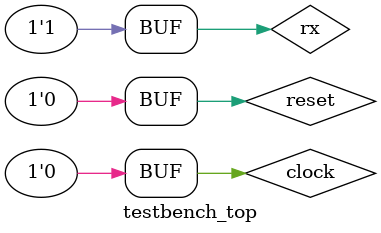
<source format=v>
`timescale 1ns / 1ps


module testbench_top();

reg clock;
reg reset;
    
reg rx;
wire tx;

top u_top(
    .clock(clock),
    .reset(reset),
    .rx(rx),
    .tx(tx)
);

initial begin
    rx = 1'b1;
    clock = 1'b0;
    reset = 1'b1;
    #100 reset = 1'b0;
end

always begin
    #20 clock = 1;
    #20 clock = 0;
end

endmodule

</source>
